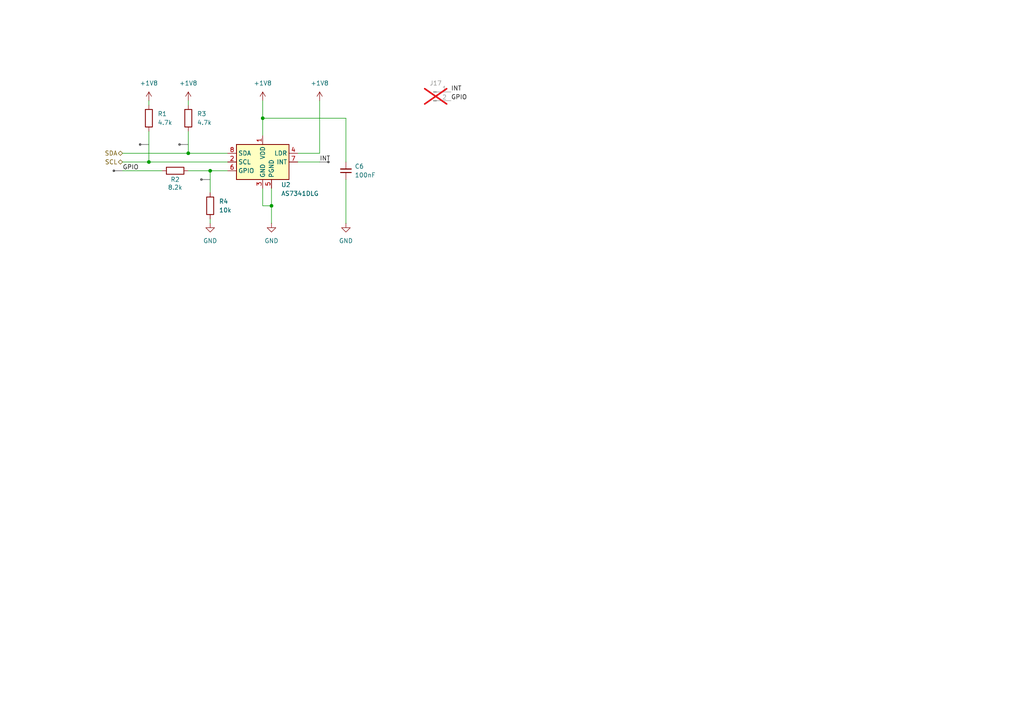
<source format=kicad_sch>
(kicad_sch (version 20231120) (generator "eeschema") (generator_version "8.0")
  (paper "A4")
  (title_block (title "AS7341 Sensor Chain") (date "2024-04-22") (rev "1") (company "University of Cape Town") (comment 1 "Author: Sarah Tallack") (comment 2 "Project: PAR Measurement"))
  (lib_symbols
    (symbol "Connector:Conn_01x02_Pin" (pin_names (offset 1.016) hide)
      (property "Reference" "J" (at 0 2.54 0))
      (property "Value" "Conn_01x02_Pin" (at 0 -5.08 0))
      (symbol "Conn_01x02_Pin_1_1"
        (polyline (pts (xy 1.27 -2.54) (xy 0.8636 -2.54)) (stroke (width 0.1524)))
        (polyline (pts (xy 1.27 0) (xy 0.8636 0)) (stroke (width 0.1524)))
        (rectangle (start 0.8636 -2.413) (end 0 -2.667) (stroke (width 0.1524)) (fill (type outline)))
        (rectangle (start 0.8636 0.127) (end 0 -0.127) (stroke (width 0.1524)) (fill (type outline)))
        (pin passive line (at 5.08 0 180) (length 3.81) (name "Pin_1") (number "1"))
        (pin passive line (at 5.08 -2.54 180) (length 3.81) (name "Pin_2") (number "2"))
      )
    )
    (symbol "Device:C_Small" (pin_numbers hide) (pin_names (offset 0.254) hide)
      (property "Reference" "C" (at 0.254 1.778 0))
      (property "Value" "C_Small" (at 0.254 -2.032 0))
      (symbol "C_Small_0_1"
        (polyline (pts (xy -1.524 -0.508) (xy 1.524 -0.508)) (stroke (width 0.3302)))
        (polyline (pts (xy -1.524 0.508) (xy 1.524 0.508)) (stroke (width 0.3048)))
      )
      (symbol "C_Small_1_1"
        (pin passive line (at 0 2.54 270) (length 2.032) (name "~") (number "1"))
        (pin passive line (at 0 -2.54 90) (length 2.032) (name "~") (number "2"))
      )
    )
    (symbol "Device:R" (pin_numbers hide) (pin_names (offset 0))
      (property "Reference" "R" (at 2.032 0 90))
      (property "Value" "R" (at 0 0 90))
      (symbol "R_0_1"
        (rectangle (start -1.016 -2.54) (end 1.016 2.54) (stroke (width 0.254)))
      )
      (symbol "R_1_1"
        (pin passive line (at 0 3.81 270) (length 1.27) (name "~") (number "1"))
        (pin passive line (at 0 -3.81 90) (length 1.27) (name "~") (number "2"))
      )
    )
    (symbol "Sensor_Optical:AS7341DLG"
      (property "Reference" "U" (at -2.54 8.255 0))
      (property "Value" "AS7341DLG" (at -2.54 6.35 0))
      (symbol "AS7341DLG_0_1"
        (rectangle (start -7.62 5.08) (end 7.62 -5.08) (stroke (width 0.254)) (fill (type background)))
      )
      (symbol "AS7341DLG_1_1"
        (pin power_in line (at 0 7.62 270) (length 2.54) (name "VDD") (number "1"))
        (pin input line (at -10.16 0 0) (length 2.54) (name "SCL") (number "2"))
        (pin power_in line (at 0 -7.62 90) (length 2.54) (name "GND") (number "3"))
        (pin passive line (at 10.16 2.54 180) (length 2.54) (name "LDR") (number "4"))
        (pin power_in line (at 2.54 -7.62 90) (length 2.54) (name "PGND") (number "5"))
        (pin input line (at -10.16 -2.54 0) (length 2.54) (name "GPIO") (number "6"))
        (pin open_collector line (at 10.16 0 180) (length 2.54) (name "INT") (number "7"))
        (pin bidirectional line (at -10.16 2.54 0) (length 2.54) (name "SDA") (number "8"))
      )
    )
    (symbol "power:+1V8" (power) (pin_numbers hide) (pin_names (offset 0) hide)
      (property "Value" "+1V8" (at 0 3.556 0))
      (symbol "+1V8_0_1"
        (polyline (pts (xy -0.762 1.27) (xy 0 2.54)))
        (polyline (pts (xy 0 0) (xy 0 2.54)))
        (polyline (pts (xy 0 2.54) (xy 0.762 1.27)))
      )
      (symbol "+1V8_1_1"
        (pin power_in line (at 0 0 90) (length 0) (name "~") (number "1"))
      )
    )
    (symbol "power:GND" (power) (pin_numbers hide) (pin_names (offset 0) hide)
      (property "Value" "GND" (at 0 -3.81 0))
      (symbol "GND_0_1"
        (polyline (pts (xy 0 0) (xy 0 -1.27) (xy 1.27 -1.27) (xy 0 -2.54) (xy -1.27 -1.27) (xy 0 -1.27)))
      )
      (symbol "GND_1_1"
        (pin power_in line (at 0 0 270) (length 0) (name "~") (number "1"))
      )
    )
  )
  (junction (at 78.74 59.69))
  (junction (at 60.96 49.53))
  (junction (at 54.61 44.45))
  (junction (at 76.2 34.29))
  (junction (at 43.18 46.99))
  (wire (pts (xy 100.33 52.07) (xy 100.33 64.77)))
  (wire (pts (xy 54.61 44.45) (xy 66.04 44.45)))
  (wire (pts (xy 43.18 38.1) (xy 43.18 46.99)))
  (wire (pts (xy 35.56 44.45) (xy 54.61 44.45)))
  (wire (pts (xy 92.71 44.45) (xy 92.71 29.21)))
  (wire (pts (xy 54.61 49.53) (xy 60.96 49.53)))
  (wire (pts (xy 43.18 30.48) (xy 43.18 29.21)))
  (wire (pts (xy 43.18 46.99) (xy 66.04 46.99)))
  (wire (pts (xy 54.61 38.1) (xy 54.61 44.45)))
  (wire (pts (xy 78.74 54.61) (xy 78.74 59.69)))
  (wire (pts (xy 60.96 64.77) (xy 60.96 63.5)))
  (wire (pts (xy 78.74 59.69) (xy 78.74 64.77)))
  (wire (pts (xy 76.2 54.61) (xy 76.2 59.69)))
  (wire (pts (xy 86.36 44.45) (xy 92.71 44.45)))
  (wire (pts (xy 76.2 34.29) (xy 100.33 34.29)))
  (wire (pts (xy 76.2 34.29) (xy 76.2 39.37)))
  (wire (pts (xy 76.2 59.69) (xy 78.74 59.69)))
  (wire (pts (xy 35.56 49.53) (xy 46.99 49.53)))
  (wire (pts (xy 86.36 46.99) (xy 92.71 46.99)))
  (wire (pts (xy 60.96 49.53) (xy 60.96 55.88)))
  (wire (pts (xy 54.61 30.48) (xy 54.61 29.21)))
  (wire (pts (xy 60.96 49.53) (xy 66.04 49.53)))
  (wire (pts (xy 76.2 29.21) (xy 76.2 34.29)))
  (wire (pts (xy 35.56 46.99) (xy 43.18 46.99)))
  (wire (pts (xy 100.33 34.29) (xy 100.33 46.99)))
  (label "GPIO" (at 130.81 29.21 0))
  (label "INT" (at 92.71 46.99 0))
  (label "GPIO" (at 35.56 49.53 0))
  (label "INT" (at 130.81 26.67 0))
  (hierarchical_label "SCL" (shape bidirectional) (at 35.56 46.99 180))
  (hierarchical_label "SDA" (shape bidirectional) (at 35.56 44.45 180))
  (netclass_flag "" (length 2.54) (shape dot) (at 54.61 41.91 90) (property "Netclass" "Signal" (effects (hide yes))))
  (netclass_flag "" (length 2.54) (shape dot) (at 43.18 41.91 90) (property "Netclass" "Signal" (effects (hide yes))))
  (netclass_flag "" (length 2.54) (shape dot) (at 35.56 49.53 90) (property "Netclass" "Signal" (effects (hide yes))))
  (netclass_flag "" (length 2.54) (shape dot) (at 92.71 46.99 270) (property "Netclass" "Signal" (effects (hide yes))))
  (netclass_flag "" (length 2.54) (shape dot) (at 60.96 52.07 90) (property "Netclass" "Signal" (effects (hide yes))))
  (symbol (lib_id "power:GND") (at 60.96 64.77 0) (unit 1)
    (property "Reference" "#PWR010" (effects (hide yes)))
    (property "Value" "GND" (at 60.96 69.85 0))
    (property "Description" "Power symbol creates a global label with name \"GND\" , ground" (effects (hide yes)))
    (instances (project "AS7341_Sensor_Chain" (path "" (reference "#PWR010") (unit 1)) (path "" (reference "#PWR017") (unit 1))))
  )
  (symbol (lib_id "power:+1V8") (at 76.2 29.21 0) (unit 1)
    (property "Reference" "#PWR011" (effects (hide yes)))
    (property "Value" "+1V8" (at 76.2 24.13 0))
    (property "Description" "Power symbol creates a global label with name \"+1V8\"" (effects (hide yes)))
    (instances (project "AS7341_Sensor_Chain" (path "" (reference "#PWR011") (unit 1)) (path "" (reference "#PWR018") (unit 1))))
  )
  (symbol (lib_id "power:GND") (at 100.33 64.77 0) (unit 1)
    (property "Reference" "#PWR014" (effects (hide yes)))
    (property "Value" "GND" (at 100.33 69.85 0))
    (property "Description" "Power symbol creates a global label with name \"GND\" , ground" (effects (hide yes)))
    (instances (project "AS7341_Sensor_Chain" (path "" (reference "#PWR014") (unit 1)) (path "" (reference "#PWR021") (unit 1))))
  )
  (symbol (lib_id "power:GND") (at 78.74 64.77 0) (unit 1)
    (property "Reference" "#PWR012" (effects (hide yes)))
    (property "Value" "GND" (at 78.74 69.85 0))
    (property "Description" "Power symbol creates a global label with name \"GND\" , ground" (effects (hide yes)))
    (instances (project "AS7341_Sensor_Chain" (path "" (reference "#PWR012") (unit 1)) (path "" (reference "#PWR019") (unit 1))))
  )
  (symbol (lib_id "Device:R") (at 54.61 34.29 180) (unit 1)
    (property "Reference" "R3" (at 57.15 33.0199 0) (effects (justify right)))
    (property "Value" "4.7k" (at 57.15 35.5599 0) (effects (justify right)))
    (property "Footprint" "Resistor_SMD:R_0603_1608Metric" (effects (hide yes)))
    (property "Description" "Resistor" (effects (hide yes)))
    (property "LCSC" "C23162" (effects (hide yes)))
    (instances (project "AS7341_Sensor_Chain" (path "" (reference "R3") (unit 1)) (path "" (reference "R7") (unit 1))))
  )
  (symbol (lib_id "Connector:Conn_01x02_Pin") (at 125.73 26.67 0) (unit 1) (dnp yes)
    (property "Reference" "J17" (at 126.365 24.13 0))
    (property "Value" "Conn_01x02_Pin" (effects (hide yes)))
    (property "Footprint" "Connector_PinHeader_2.54mm:PinHeader_1x02_P2.54mm_Vertical" (effects (hide yes)))
    (property "Description" "Generic connector, single row, 01x02, script generated" (effects (hide yes)))
    (instances (project "AS7341_Sensor_Chain" (path "" (reference "J17") (unit 1)) (path "" (reference "J18") (unit 1))))
  )
  (symbol (lib_id "Sensor_Optical:AS7341DLG") (at 76.2 46.99 0) (unit 1)
    (property "Reference" "U2" (at 81.534 53.594 0) (effects (justify left)))
    (property "Value" "AS7341DLG" (at 81.534 56.134 0) (effects (justify left)))
    (property "Footprint" "Package_LGA:AMS_OLGA-8_2x3.1mm_P0.8mm" (effects (hide yes)))
    (property "Datasheet" "https://ams.com/documents/20143/36005/AS7341_DS000504_3-00.pdf" (effects (hide yes)))
    (property "Description" "11-Channel Multi-Spectral Digital Sensor, OLGA-8" (effects (hide yes)))
    (property "LCSC" "C2649486" (effects (hide yes)))
    (instances (project "AS7341_Sensor_Chain" (path "" (reference "U2") (unit 1)) (path "" (reference "U3") (unit 1))))
  )
  (symbol (lib_id "Device:R") (at 43.18 34.29 180) (unit 1)
    (property "Reference" "R1" (at 45.72 33.0199 0) (effects (justify right)))
    (property "Value" "4.7k" (at 45.72 35.5599 0) (effects (justify right)))
    (property "Footprint" "Resistor_SMD:R_0603_1608Metric" (effects (hide yes)))
    (property "Description" "Resistor" (effects (hide yes)))
    (property "LCSC" "C23162" (effects (hide yes)))
    (instances (project "AS7341_Sensor_Chain" (path "" (reference "R1") (unit 1)) (path "" (reference "R5") (unit 1))))
  )
  (symbol (lib_id "Device:R") (at 60.96 59.69 180) (unit 1)
    (property "Reference" "R4" (at 63.5 58.4199 0) (effects (justify right)))
    (property "Value" "10k" (at 63.5 60.9599 0) (effects (justify right)))
    (property "Footprint" "Resistor_SMD:R_0603_1608Metric" (effects (hide yes)))
    (property "Description" "Resistor" (effects (hide yes)))
    (property "LCSC" "C25804" (effects (hide yes)))
    (instances (project "AS7341_Sensor_Chain" (path "" (reference "R4") (unit 1)) (path "" (reference "R8") (unit 1))))
  )
  (symbol (lib_id "power:+1V8") (at 54.61 29.21 0) (unit 1)
    (property "Reference" "#PWR09" (effects (hide yes)))
    (property "Value" "+1V8" (at 54.61 24.13 0))
    (property "Description" "Power symbol creates a global label with name \"+1V8\"" (effects (hide yes)))
    (instances (project "AS7341_Sensor_Chain" (path "" (reference "#PWR09") (unit 1)) (path "" (reference "#PWR016") (unit 1))))
  )
  (symbol (lib_id "Device:R") (at 50.8 49.53 270) (unit 1)
    (property "Reference" "R2" (at 50.8 52.07 90))
    (property "Value" "8.2k" (at 50.8 54.356 90))
    (property "Footprint" "Resistor_SMD:R_0603_1608Metric" (effects (hide yes)))
    (property "Description" "Resistor" (effects (hide yes)))
    (property "LCSC" "C25981" (effects (hide yes)))
    (instances (project "AS7341_Sensor_Chain" (path "" (reference "R2") (unit 1)) (path "" (reference "R6") (unit 1))))
  )
  (symbol (lib_id "power:+1V8") (at 43.18 29.21 0) (unit 1)
    (property "Reference" "#PWR08" (effects (hide yes)))
    (property "Value" "+1V8" (at 43.18 24.13 0))
    (property "Description" "Power symbol creates a global label with name \"+1V8\"" (effects (hide yes)))
    (instances (project "AS7341_Sensor_Chain" (path "" (reference "#PWR08") (unit 1)) (path "" (reference "#PWR015") (unit 1))))
  )
  (symbol (lib_id "power:+1V8") (at 92.71 29.21 0) (unit 1)
    (property "Reference" "#PWR013" (effects (hide yes)))
    (property "Value" "+1V8" (at 92.71 24.13 0))
    (property "Description" "Power symbol creates a global label with name \"+1V8\"" (effects (hide yes)))
    (instances (project "AS7341_Sensor_Chain" (path "" (reference "#PWR013") (unit 1)) (path "" (reference "#PWR020") (unit 1))))
  )
  (symbol (lib_id "Device:C_Small") (at 100.33 49.53 180) (unit 1)
    (property "Reference" "C6" (at 102.87 48.2535 0) (effects (justify right)))
    (property "Value" "100nF" (at 102.87 50.7935 0) (effects (justify right)))
    (property "Footprint" "Capacitor_SMD:C_0603_1608Metric" (effects (hide yes)))
    (property "Description" "Unpolarized capacitor, small symbol" (effects (hide yes)))
    (property "LCSC" "C14663" (effects (hide yes)))
    (instances (project "AS7341_Sensor_Chain" (path "" (reference "C6") (unit 1)) (path "" (reference "C7") (unit 1))))
  )
)
</source>
